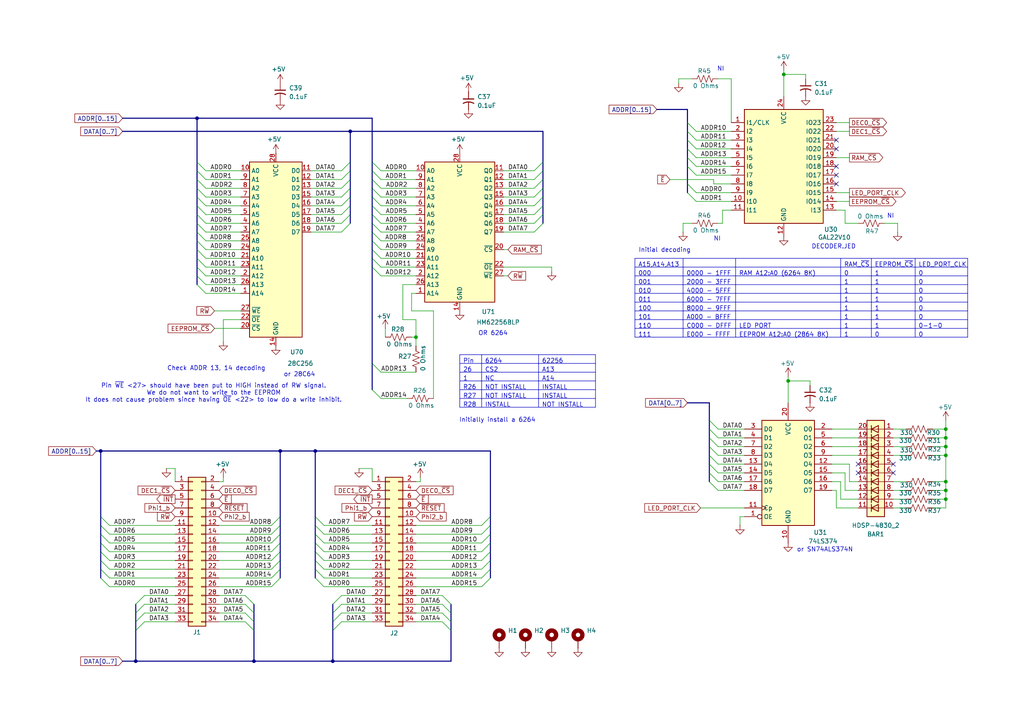
<source format=kicad_sch>
(kicad_sch (version 20250114) (generator "eeschema") (generator_version "9.0")
  (paper "A4")
  (title_block (title "MyCPU") (date "2025-06-23") (company "Sylvain Fortin"))
  (text "Pin ~{WE} <27> should have been put to HIGH instead of RW signal.\nWe do not want to write to the EEPROM\nIt does not cause problem since having ~{OE} <22> to low do a write inhibit." (at 61.976 114.046 0) (effects (font (size 1.27 1.27))))
  (text "or SN74ALS374N" (at 239.268 159.512 0) (effects (font (size 1.27 1.27))))
  (text "Check ADDR 13, 14 decoding" (at 62.738 106.934 0) (effects (font (size 1.27 1.27))))
  (text "or 28C64" (at 86.868 108.712 0) (effects (font (size 1.27 1.27))))
  (text "Initially install a 6264" (at 144.272 121.92 0) (effects (font (size 1.27 1.27))))
  (text "OR 6264" (at 143.002 96.774 0) (effects (font (size 1.27 1.27))))
  (text "DECODER.JED" (at 241.808 71.628 0) (effects (font (size 1.27 1.27))))
  (text "NI" (at 209.042 20.066 0) (effects (font (size 1.27 1.27))))
  (text "Initial decoding" (at 192.786 72.644 0) (effects (font (size 1.27 1.27))))
  (text "Next decoding" (at 311.15 73.66 0) (effects (font (size 1.27 1.27))))
  (text "NI" (at 208.026 69.342 0) (effects (font (size 1.27 1.27))))
  (text "NI" (at 258.318 62.738 0) (effects (font (size 1.27 1.27))))
  (junction (at 57.15 34.29))
  (junction (at 39.37 191.77))
  (junction (at 73.66 191.77))
  (junction (at 274.32 132.08))
  (junction (at 274.32 142.24))
  (junction (at 274.32 127))
  (junction (at 81.28 130.81))
  (junction (at 228.6 110.49))
  (junction (at 274.32 124.46))
  (junction (at 227.33 21.59))
  (junction (at 96.52 191.77))
  (junction (at 274.32 139.7))
  (junction (at 274.32 129.54))
  (junction (at 120.65 97.79))
  (junction (at 274.32 144.78))
  (junction (at 91.44 130.81))
  (junction (at 101.6 38.1))
  (junction (at 29.21 130.81))
  (no_connect (at 259.08 137.16))
  (no_connect (at 248.92 134.62))
  (no_connect (at 242.57 43.18))
  (no_connect (at 242.57 40.64))
  (no_connect (at 242.57 48.26))
  (no_connect (at 242.57 53.34))
  (no_connect (at 242.57 50.8))
  (no_connect (at 259.08 134.62))
  (no_connect (at 248.92 137.16))
  (bus_entry (at 139.7 165.1) (size 2.54 -2.54))
  (bus_entry (at 205.74 121.92) (size 2.54 2.54))
  (bus_entry (at 99.06 54.61) (size 2.54 -2.54))
  (bus_entry (at 29.21 157.48) (size 2.54 2.54))
  (bus_entry (at 29.21 152.4) (size 2.54 2.54))
  (bus_entry (at 99.06 59.69) (size 2.54 -2.54))
  (bus_entry (at 78.74 162.56) (size 2.54 -2.54))
  (bus_entry (at 57.15 52.07) (size 2.54 2.54))
  (bus_entry (at 205.74 129.54) (size 2.54 2.54))
  (bus_entry (at 78.74 157.48) (size 2.54 -2.54))
  (bus_entry (at 199.39 38.1) (size 2.54 2.54))
  (bus_entry (at 139.7 160.02) (size 2.54 -2.54))
  (bus_entry (at 139.7 152.4) (size 2.54 -2.54))
  (bus_entry (at 205.74 134.62) (size 2.54 2.54))
  (bus_entry (at 41.91 177.8) (size -2.54 2.54))
  (bus_entry (at 29.21 165.1) (size 2.54 2.54))
  (bus_entry (at 57.15 80.01) (size 2.54 2.54))
  (bus_entry (at 107.95 74.93) (size 2.54 2.54))
  (bus_entry (at 107.95 62.23) (size 2.54 2.54))
  (bus_entry (at 78.74 167.64) (size 2.54 -2.54))
  (bus_entry (at 199.39 55.88) (size 2.54 2.54))
  (bus_entry (at 71.12 177.8) (size 2.54 2.54))
  (bus_entry (at 99.06 57.15) (size 2.54 -2.54))
  (bus_entry (at 199.39 40.64) (size 2.54 2.54))
  (bus_entry (at 139.7 162.56) (size 2.54 -2.54))
  (bus_entry (at 91.44 157.48) (size 2.54 2.54))
  (bus_entry (at 91.44 152.4) (size 2.54 2.54))
  (bus_entry (at 139.7 154.94) (size 2.54 -2.54))
  (bus_entry (at 78.74 165.1) (size 2.54 -2.54))
  (bus_entry (at 57.15 59.69) (size 2.54 2.54))
  (bus_entry (at 139.7 170.18) (size 2.54 -2.54))
  (bus_entry (at 128.27 180.34) (size 2.54 2.54))
  (bus_entry (at 91.44 162.56) (size 2.54 2.54))
  (bus_entry (at 205.74 124.46) (size 2.54 2.54))
  (bus_entry (at 91.44 160.02) (size 2.54 2.54))
  (bus_entry (at 29.21 149.86) (size 2.54 2.54))
  (bus_entry (at 57.15 82.55) (size 2.54 2.54))
  (bus_entry (at 57.15 77.47) (size 2.54 2.54))
  (bus_entry (at 99.06 49.53) (size 2.54 -2.54))
  (bus_entry (at 154.94 54.61) (size 2.54 -2.54))
  (bus_entry (at 29.21 154.94) (size 2.54 2.54))
  (bus_entry (at 139.7 157.48) (size 2.54 -2.54))
  (bus_entry (at 139.7 167.64) (size 2.54 -2.54))
  (bus_entry (at 91.44 154.94) (size 2.54 2.54))
  (bus_entry (at 107.95 64.77) (size 2.54 2.54))
  (bus_entry (at 91.44 167.64) (size 2.54 2.54))
  (bus_entry (at 99.06 177.8) (size -2.54 2.54))
  (bus_entry (at 154.94 57.15) (size 2.54 -2.54))
  (bus_entry (at 107.95 46.99) (size 2.54 2.54))
  (bus_entry (at 29.21 162.56) (size 2.54 2.54))
  (bus_entry (at 57.15 46.99) (size 2.54 2.54))
  (bus_entry (at 107.95 69.85) (size 2.54 2.54))
  (bus_entry (at 128.27 177.8) (size 2.54 2.54))
  (bus_entry (at 154.94 59.69) (size 2.54 -2.54))
  (bus_entry (at 78.74 160.02) (size 2.54 -2.54))
  (bus_entry (at 154.94 64.77) (size 2.54 -2.54))
  (bus_entry (at 78.74 170.18) (size 2.54 -2.54))
  (bus_entry (at 91.44 165.1) (size 2.54 2.54))
  (bus_entry (at 99.06 64.77) (size 2.54 -2.54))
  (bus_entry (at 154.94 62.23) (size 2.54 -2.54))
  (bus_entry (at 128.27 175.26) (size 2.54 2.54))
  (bus_entry (at 205.74 132.08) (size 2.54 2.54))
  (bus_entry (at 99.06 175.26) (size -2.54 2.54))
  (bus_entry (at 57.15 49.53) (size 2.54 2.54))
  (bus_entry (at 71.12 175.26) (size 2.54 2.54))
  (bus_entry (at 99.06 52.07) (size 2.54 -2.54))
  (bus_entry (at 107.95 67.31) (size 2.54 2.54))
  (bus_entry (at 57.15 67.31) (size 2.54 2.54))
  (bus_entry (at 57.15 69.85) (size 2.54 2.54))
  (bus_entry (at 199.39 43.18) (size 2.54 2.54))
  (bus_entry (at 57.15 72.39) (size 2.54 2.54))
  (bus_entry (at 199.39 48.26) (size 2.54 2.54))
  (bus_entry (at 107.95 49.53) (size 2.54 2.54))
  (bus_entry (at 107.95 113.03) (size 2.54 2.54))
  (bus_entry (at 41.91 180.34) (size -2.54 2.54))
  (bus_entry (at 91.44 149.86) (size 2.54 2.54))
  (bus_entry (at 29.21 160.02) (size 2.54 2.54))
  (bus_entry (at 57.15 74.93) (size 2.54 2.54))
  (bus_entry (at 128.27 172.72) (size 2.54 2.54))
  (bus_entry (at 57.15 57.15) (size 2.54 2.54))
  (bus_entry (at 199.39 45.72) (size 2.54 2.54))
  (bus_entry (at 205.74 137.16) (size 2.54 2.54))
  (bus_entry (at 78.74 152.4) (size 2.54 -2.54))
  (bus_entry (at 205.74 127) (size 2.54 2.54))
  (bus_entry (at 99.06 172.72) (size -2.54 2.54))
  (bus_entry (at 107.95 105.41) (size 2.54 2.54))
  (bus_entry (at 107.95 59.69) (size 2.54 2.54))
  (bus_entry (at 71.12 172.72) (size 2.54 2.54))
  (bus_entry (at 154.94 49.53) (size 2.54 -2.54))
  (bus_entry (at 41.91 172.72) (size -2.54 2.54))
  (bus_entry (at 99.06 67.31) (size 2.54 -2.54))
  (bus_entry (at 107.95 54.61) (size 2.54 2.54))
  (bus_entry (at 71.12 180.34) (size 2.54 2.54))
  (bus_entry (at 57.15 54.61) (size 2.54 2.54))
  (bus_entry (at 57.15 64.77) (size 2.54 2.54))
  (bus_entry (at 29.21 167.64) (size 2.54 2.54))
  (bus_entry (at 205.74 139.7) (size 2.54 2.54))
  (bus_entry (at 154.94 52.07) (size 2.54 -2.54))
  (bus_entry (at 107.95 77.47) (size 2.54 2.54))
  (bus_entry (at 78.74 154.94) (size 2.54 -2.54))
  (bus_entry (at 57.15 62.23) (size 2.54 2.54))
  (bus_entry (at 154.94 67.31) (size 2.54 -2.54))
  (bus_entry (at 107.95 52.07) (size 2.54 2.54))
  (bus_entry (at 41.91 175.26) (size -2.54 2.54))
  (bus_entry (at 199.39 53.34) (size 2.54 2.54))
  (bus_entry (at 99.06 180.34) (size -2.54 2.54))
  (bus_entry (at 107.95 72.39) (size 2.54 2.54))
  (bus_entry (at 99.06 62.23) (size 2.54 -2.54))
  (bus_entry (at 199.39 35.56) (size 2.54 2.54))
  (bus_entry (at 107.95 57.15) (size 2.54 2.54))
  (bus (pts (xy 81.28 160.02) (xy 81.28 162.56)))
  (bus (pts (xy 101.6 46.99) (xy 101.6 49.53)))
  (wire (pts (xy 69.85 92.71) (xy 64.77 92.71)))
  (bus (pts (xy 73.66 180.34) (xy 73.66 182.88)))
  (bus (pts (xy 205.74 124.46) (xy 205.74 127)))
  (wire (pts (xy 201.93 48.26) (xy 212.09 48.26)))
  (wire (pts (xy 41.91 175.26) (xy 50.8 175.26)))
  (wire (pts (xy 120.65 152.4) (xy 139.7 152.4)))
  (bus (pts (xy 142.24 165.1) (xy 142.24 167.64)))
  (wire (pts (xy 59.69 72.39) (xy 69.85 72.39)))
  (bus (pts (xy 142.24 162.56) (xy 142.24 165.1)))
  (wire (pts (xy 31.75 154.94) (xy 50.8 154.94)))
  (wire (pts (xy 245.11 137.16) (xy 245.11 142.24)))
  (wire (pts (xy 242.57 45.72) (xy 246.38 45.72)))
  (bus (pts (xy 107.95 57.15) (xy 107.95 59.69)))
  (wire (pts (xy 246.38 139.7) (xy 248.92 139.7)))
  (bus (pts (xy 57.15 52.07) (xy 57.15 54.61)))
  (bus (pts (xy 57.15 54.61) (xy 57.15 57.15)))
  (bus (pts (xy 130.81 177.8) (xy 130.81 180.34)))
  (bus (pts (xy 73.66 175.26) (xy 73.66 177.8)))
  (wire (pts (xy 59.69 69.85) (xy 69.85 69.85)))
  (wire (pts (xy 207.01 52.07) (xy 207.01 53.34)))
  (bus (pts (xy 199.39 48.26) (xy 199.39 53.34)))
  (wire (pts (xy 93.98 162.56) (xy 107.95 162.56)))
  (wire (pts (xy 62.23 95.25) (xy 69.85 95.25)))
  (wire (pts (xy 227.33 20.32) (xy 227.33 21.59)))
  (wire (pts (xy 241.3 129.54) (xy 248.92 129.54)))
  (bus (pts (xy 39.37 177.8) (xy 39.37 180.34)))
  (bus (pts (xy 157.48 49.53) (xy 157.48 52.07)))
  (wire (pts (xy 120.65 175.26) (xy 128.27 175.26)))
  (wire (pts (xy 242.57 55.88) (xy 246.38 55.88)))
  (bus (pts (xy 205.74 132.08) (xy 205.74 134.62)))
  (wire (pts (xy 63.5 167.64) (xy 78.74 167.64)))
  (bus (pts (xy 91.44 130.81) (xy 91.44 149.86)))
  (wire (pts (xy 59.69 52.07) (xy 69.85 52.07)))
  (wire (pts (xy 201.93 38.1) (xy 212.09 38.1)))
  (wire (pts (xy 259.08 144.78) (xy 262.89 144.78)))
  (wire (pts (xy 208.28 137.16) (xy 215.9 137.16)))
  (bus (pts (xy 91.44 154.94) (xy 91.44 152.4)))
  (bus (pts (xy 199.39 43.18) (xy 199.39 45.72)))
  (wire (pts (xy 111.76 95.25) (xy 111.76 97.79)))
  (wire (pts (xy 31.75 165.1) (xy 50.8 165.1)))
  (bus (pts (xy 142.24 157.48) (xy 142.24 160.02)))
  (wire (pts (xy 194.31 52.07) (xy 207.01 52.07)))
  (wire (pts (xy 59.69 57.15) (xy 69.85 57.15)))
  (wire (pts (xy 110.49 74.93) (xy 120.65 74.93)))
  (wire (pts (xy 31.75 162.56) (xy 50.8 162.56)))
  (wire (pts (xy 245.11 60.96) (xy 245.11 64.77)))
  (wire (pts (xy 110.49 62.23) (xy 120.65 62.23)))
  (wire (pts (xy 201.93 58.42) (xy 212.09 58.42)))
  (wire (pts (xy 41.91 177.8) (xy 50.8 177.8)))
  (bus (pts (xy 27.94 130.81) (xy 29.21 130.81)))
  (wire (pts (xy 274.32 121.92) (xy 274.32 124.46)))
  (bus (pts (xy 57.15 69.85) (xy 57.15 72.39)))
  (wire (pts (xy 227.33 21.59) (xy 227.33 27.94)))
  (wire (pts (xy 207.01 53.34) (xy 212.09 53.34)))
  (wire (pts (xy 146.05 80.01) (xy 147.32 80.01)))
  (bus (pts (xy 73.66 177.8) (xy 73.66 180.34)))
  (wire (pts (xy 242.57 58.42) (xy 246.38 58.42)))
  (wire (pts (xy 241.3 137.16) (xy 245.11 137.16)))
  (bus (pts (xy 73.66 191.77) (xy 96.52 191.77)))
  (wire (pts (xy 270.51 127) (xy 274.32 127)))
  (wire (pts (xy 107.95 135.89) (xy 107.95 139.7)))
  (wire (pts (xy 243.84 139.7) (xy 243.84 144.78)))
  (wire (pts (xy 146.05 77.47) (xy 160.02 77.47)))
  (bus (pts (xy 107.95 72.39) (xy 107.95 74.93)))
  (bus (pts (xy 29.21 162.56) (xy 29.21 160.02)))
  (bus (pts (xy 29.21 152.4) (xy 29.21 149.86)))
  (wire (pts (xy 110.49 57.15) (xy 120.65 57.15)))
  (bus (pts (xy 107.95 46.99) (xy 107.95 49.53)))
  (wire (pts (xy 31.75 157.48) (xy 50.8 157.48)))
  (wire (pts (xy 245.11 142.24) (xy 248.92 142.24)))
  (wire (pts (xy 146.05 54.61) (xy 154.94 54.61)))
  (wire (pts (xy 116.84 82.55) (xy 116.84 92.71)))
  (bus (pts (xy 81.28 162.56) (xy 81.28 165.1)))
  (bus (pts (xy 205.74 137.16) (xy 205.74 139.7)))
  (wire (pts (xy 120.65 92.71) (xy 120.65 97.79)))
  (wire (pts (xy 63.5 170.18) (xy 78.74 170.18)))
  (wire (pts (xy 196.85 22.86) (xy 200.66 22.86)))
  (wire (pts (xy 246.38 134.62) (xy 246.38 139.7)))
  (wire (pts (xy 110.49 54.61) (xy 120.65 54.61)))
  (wire (pts (xy 63.5 160.02) (xy 78.74 160.02)))
  (bus (pts (xy 130.81 180.34) (xy 130.81 182.88)))
  (wire (pts (xy 241.3 127) (xy 248.92 127)))
  (bus (pts (xy 107.95 46.99) (xy 107.95 34.29)))
  (bus (pts (xy 199.39 31.75) (xy 190.5 31.75)))
  (bus (pts (xy 101.6 38.1) (xy 101.6 46.99)))
  (wire (pts (xy 90.17 67.31) (xy 99.06 67.31)))
  (wire (pts (xy 259.08 142.24) (xy 262.89 142.24)))
  (wire (pts (xy 242.57 142.24) (xy 242.57 147.32)))
  (bus (pts (xy 35.56 38.1) (xy 101.6 38.1)))
  (bus (pts (xy 91.44 157.48) (xy 91.44 154.94)))
  (wire (pts (xy 120.65 170.18) (xy 139.7 170.18)))
  (wire (pts (xy 120.65 160.02) (xy 139.7 160.02)))
  (bus (pts (xy 73.66 182.88) (xy 73.66 191.77)))
  (wire (pts (xy 242.57 147.32) (xy 248.92 147.32)))
  (wire (pts (xy 59.69 54.61) (xy 69.85 54.61)))
  (bus (pts (xy 35.56 191.77) (xy 39.37 191.77)))
  (wire (pts (xy 93.98 165.1) (xy 107.95 165.1)))
  (wire (pts (xy 90.17 57.15) (xy 99.06 57.15)))
  (wire (pts (xy 234.95 110.49) (xy 234.95 111.76)))
  (wire (pts (xy 241.3 142.24) (xy 242.57 142.24)))
  (wire (pts (xy 116.84 82.55) (xy 120.65 82.55)))
  (wire (pts (xy 259.08 129.54) (xy 262.89 129.54)))
  (wire (pts (xy 241.3 124.46) (xy 248.92 124.46)))
  (wire (pts (xy 125.73 90.17) (xy 125.73 115.57)))
  (wire (pts (xy 121.92 139.7) (xy 121.92 138.43)))
  (wire (pts (xy 274.32 142.24) (xy 274.32 144.78)))
  (wire (pts (xy 203.2 147.32) (xy 215.9 147.32)))
  (wire (pts (xy 120.65 165.1) (xy 139.7 165.1)))
  (bus (pts (xy 81.28 154.94) (xy 81.28 157.48)))
  (bus (pts (xy 91.44 160.02) (xy 91.44 157.48)))
  (wire (pts (xy 120.65 162.56) (xy 139.7 162.56)))
  (wire (pts (xy 160.02 77.47) (xy 160.02 78.74)))
  (bus (pts (xy 29.21 160.02) (xy 29.21 157.48)))
  (wire (pts (xy 146.05 57.15) (xy 154.94 57.15)))
  (bus (pts (xy 107.95 34.29) (xy 57.15 34.29)))
  (wire (pts (xy 208.28 127) (xy 215.9 127)))
  (wire (pts (xy 242.57 35.56) (xy 246.38 35.56)))
  (wire (pts (xy 59.69 85.09) (xy 69.85 85.09)))
  (bus (pts (xy 81.28 157.48) (xy 81.28 160.02)))
  (wire (pts (xy 110.49 80.01) (xy 120.65 80.01)))
  (wire (pts (xy 198.12 67.31) (xy 198.12 64.77)))
  (bus (pts (xy 107.95 62.23) (xy 107.95 64.77)))
  (wire (pts (xy 208.28 129.54) (xy 215.9 129.54)))
  (bus (pts (xy 199.39 40.64) (xy 199.39 43.18)))
  (wire (pts (xy 63.5 152.4) (xy 78.74 152.4)))
  (wire (pts (xy 274.32 139.7) (xy 274.32 142.24)))
  (wire (pts (xy 59.69 49.53) (xy 69.85 49.53)))
  (bus (pts (xy 107.95 54.61) (xy 107.95 57.15)))
  (wire (pts (xy 90.17 52.07) (xy 99.06 52.07)))
  (bus (pts (xy 199.39 31.75) (xy 199.39 35.56)))
  (bus (pts (xy 57.15 77.47) (xy 57.15 80.01)))
  (wire (pts (xy 120.65 85.09) (xy 119.38 85.09)))
  (bus (pts (xy 107.95 49.53) (xy 107.95 52.07)))
  (wire (pts (xy 119.38 90.17) (xy 125.73 90.17)))
  (wire (pts (xy 64.77 92.71) (xy 64.77 99.06)))
  (bus (pts (xy 107.95 77.47) (xy 107.95 105.41)))
  (bus (pts (xy 101.6 57.15) (xy 101.6 59.69)))
  (bus (pts (xy 29.21 167.64) (xy 29.21 165.1)))
  (bus (pts (xy 81.28 149.86) (xy 81.28 152.4)))
  (wire (pts (xy 59.69 62.23) (xy 69.85 62.23)))
  (bus (pts (xy 91.44 162.56) (xy 91.44 160.02)))
  (bus (pts (xy 91.44 167.64) (xy 91.44 165.1)))
  (wire (pts (xy 63.5 172.72) (xy 71.12 172.72)))
  (wire (pts (xy 243.84 144.78) (xy 248.92 144.78)))
  (wire (pts (xy 63.5 139.7) (xy 64.77 139.7)))
  (bus (pts (xy 39.37 175.26) (xy 39.37 177.8)))
  (wire (pts (xy 110.49 107.95) (xy 120.65 107.95)))
  (wire (pts (xy 208.28 139.7) (xy 215.9 139.7)))
  (bus (pts (xy 29.21 154.94) (xy 29.21 152.4)))
  (wire (pts (xy 270.51 144.78) (xy 274.32 144.78)))
  (wire (pts (xy 90.17 54.61) (xy 99.06 54.61)))
  (wire (pts (xy 146.05 64.77) (xy 154.94 64.77)))
  (wire (pts (xy 110.49 69.85) (xy 120.65 69.85)))
  (wire (pts (xy 31.75 152.4) (xy 50.8 152.4)))
  (wire (pts (xy 104.14 135.89) (xy 107.95 135.89)))
  (wire (pts (xy 119.38 97.79) (xy 120.65 97.79)))
  (wire (pts (xy 215.9 149.86) (xy 214.63 149.86)))
  (wire (pts (xy 274.32 147.32) (xy 270.51 147.32)))
  (wire (pts (xy 99.06 175.26) (xy 107.95 175.26)))
  (bus (pts (xy 130.81 175.26) (xy 130.81 177.8)))
  (wire (pts (xy 110.49 72.39) (xy 120.65 72.39)))
  (bus (pts (xy 57.15 67.31) (xy 57.15 69.85)))
  (wire (pts (xy 201.93 45.72) (xy 212.09 45.72)))
  (wire (pts (xy 120.65 180.34) (xy 128.27 180.34)))
  (wire (pts (xy 59.69 82.55) (xy 69.85 82.55)))
  (wire (pts (xy 241.3 134.62) (xy 246.38 134.62)))
  (bus (pts (xy 29.21 130.81) (xy 81.28 130.81)))
  (bus (pts (xy 57.15 62.23) (xy 57.15 64.77)))
  (wire (pts (xy 274.32 132.08) (xy 274.32 139.7)))
  (wire (pts (xy 259.08 132.08) (xy 262.89 132.08)))
  (bus (pts (xy 57.15 34.29) (xy 57.15 46.99)))
  (bus (pts (xy 57.15 72.39) (xy 57.15 74.93)))
  (bus (pts (xy 29.21 157.48) (xy 29.21 154.94)))
  (bus (pts (xy 101.6 62.23) (xy 101.6 64.77)))
  (wire (pts (xy 120.65 100.33) (xy 120.65 97.79)))
  (bus (pts (xy 199.39 53.34) (xy 199.39 55.88)))
  (wire (pts (xy 110.49 52.07) (xy 120.65 52.07)))
  (wire (pts (xy 274.32 144.78) (xy 274.32 147.32)))
  (bus (pts (xy 107.95 69.85) (xy 107.95 72.39)))
  (wire (pts (xy 260.35 64.77) (xy 260.35 67.31)))
  (wire (pts (xy 59.69 67.31) (xy 69.85 67.31)))
  (wire (pts (xy 110.49 49.53) (xy 120.65 49.53)))
  (wire (pts (xy 146.05 72.39) (xy 147.32 72.39)))
  (wire (pts (xy 59.69 80.01) (xy 69.85 80.01)))
  (bus (pts (xy 142.24 130.81) (xy 142.24 149.86)))
  (wire (pts (xy 146.05 49.53) (xy 154.94 49.53)))
  (bus (pts (xy 96.52 182.88) (xy 96.52 191.77)))
  (wire (pts (xy 90.17 62.23) (xy 99.06 62.23)))
  (bus (pts (xy 101.6 59.69) (xy 101.6 62.23)))
  (wire (pts (xy 31.75 170.18) (xy 50.8 170.18)))
  (wire (pts (xy 99.06 172.72) (xy 107.95 172.72)))
  (wire (pts (xy 64.77 139.7) (xy 64.77 138.43)))
  (bus (pts (xy 205.74 121.92) (xy 205.74 124.46)))
  (wire (pts (xy 63.5 175.26) (xy 71.12 175.26)))
  (bus (pts (xy 101.6 54.61) (xy 101.6 57.15)))
  (wire (pts (xy 63.5 157.48) (xy 78.74 157.48)))
  (wire (pts (xy 41.91 172.72) (xy 50.8 172.72)))
  (wire (pts (xy 120.65 157.48) (xy 139.7 157.48)))
  (bus (pts (xy 57.15 46.99) (xy 57.15 49.53)))
  (bus (pts (xy 199.39 116.84) (xy 205.74 116.84)))
  (wire (pts (xy 120.65 154.94) (xy 139.7 154.94)))
  (wire (pts (xy 242.57 60.96) (xy 245.11 60.96)))
  (bus (pts (xy 101.6 38.1) (xy 157.48 38.1)))
  (wire (pts (xy 209.55 60.96) (xy 209.55 64.77)))
  (bus (pts (xy 157.48 38.1) (xy 157.48 46.99)))
  (wire (pts (xy 63.5 162.56) (xy 78.74 162.56)))
  (wire (pts (xy 59.69 59.69) (xy 69.85 59.69)))
  (bus (pts (xy 39.37 182.88) (xy 39.37 191.77)))
  (bus (pts (xy 57.15 57.15) (xy 57.15 59.69)))
  (bus (pts (xy 205.74 127) (xy 205.74 129.54)))
  (bus (pts (xy 81.28 130.81) (xy 91.44 130.81)))
  (wire (pts (xy 110.49 77.47) (xy 120.65 77.47)))
  (wire (pts (xy 63.5 154.94) (xy 78.74 154.94)))
  (wire (pts (xy 201.93 55.88) (xy 212.09 55.88)))
  (wire (pts (xy 259.08 127) (xy 262.89 127)))
  (bus (pts (xy 81.28 165.1) (xy 81.28 167.64)))
  (wire (pts (xy 119.38 85.09) (xy 119.38 90.17)))
  (wire (pts (xy 270.51 142.24) (xy 274.32 142.24)))
  (bus (pts (xy 96.52 180.34) (xy 96.52 182.88)))
  (wire (pts (xy 110.49 64.77) (xy 120.65 64.77)))
  (wire (pts (xy 228.6 110.49) (xy 228.6 116.84)))
  (bus (pts (xy 205.74 134.62) (xy 205.74 137.16)))
  (wire (pts (xy 270.51 132.08) (xy 274.32 132.08)))
  (bus (pts (xy 142.24 149.86) (xy 142.24 152.4)))
  (wire (pts (xy 48.26 135.89) (xy 50.8 135.89)))
  (wire (pts (xy 93.98 154.94) (xy 107.95 154.94)))
  (bus (pts (xy 29.21 165.1) (xy 29.21 162.56)))
  (wire (pts (xy 110.49 115.57) (xy 118.11 115.57)))
  (wire (pts (xy 241.3 132.08) (xy 248.92 132.08)))
  (bus (pts (xy 107.95 105.41) (xy 107.95 113.03)))
  (wire (pts (xy 99.06 177.8) (xy 107.95 177.8)))
  (wire (pts (xy 227.33 21.59) (xy 233.68 21.59)))
  (wire (pts (xy 120.65 92.71) (xy 116.84 92.71)))
  (bus (pts (xy 205.74 116.84) (xy 205.74 121.92)))
  (wire (pts (xy 208.28 124.46) (xy 215.9 124.46)))
  (wire (pts (xy 110.49 59.69) (xy 120.65 59.69)))
  (bus (pts (xy 81.28 130.81) (xy 81.28 149.86)))
  (wire (pts (xy 62.23 90.17) (xy 69.85 90.17)))
  (wire (pts (xy 90.17 59.69) (xy 99.06 59.69)))
  (wire (pts (xy 146.05 62.23) (xy 154.94 62.23)))
  (wire (pts (xy 274.32 124.46) (xy 274.32 127)))
  (wire (pts (xy 110.49 67.31) (xy 120.65 67.31)))
  (bus (pts (xy 157.48 52.07) (xy 157.48 54.61)))
  (bus (pts (xy 39.37 180.34) (xy 39.37 182.88)))
  (wire (pts (xy 93.98 170.18) (xy 107.95 170.18)))
  (bus (pts (xy 57.15 49.53) (xy 57.15 52.07)))
  (bus (pts (xy 199.39 38.1) (xy 199.39 40.64)))
  (bus (pts (xy 35.56 34.29) (xy 57.15 34.29)))
  (bus (pts (xy 199.39 35.56) (xy 199.39 38.1)))
  (wire (pts (xy 256.54 64.77) (xy 260.35 64.77)))
  (bus (pts (xy 107.95 67.31) (xy 107.95 69.85)))
  (bus (pts (xy 142.24 154.94) (xy 142.24 157.48)))
  (wire (pts (xy 214.63 149.86) (xy 214.63 152.4)))
  (wire (pts (xy 59.69 77.47) (xy 69.85 77.47)))
  (wire (pts (xy 93.98 160.02) (xy 107.95 160.02)))
  (bus (pts (xy 91.44 130.81) (xy 142.24 130.81)))
  (wire (pts (xy 50.8 135.89) (xy 50.8 139.7)))
  (wire (pts (xy 59.69 64.77) (xy 69.85 64.77)))
  (bus (pts (xy 157.48 62.23) (xy 157.48 64.77)))
  (wire (pts (xy 201.93 40.64) (xy 212.09 40.64)))
  (bus (pts (xy 157.48 54.61) (xy 157.48 57.15)))
  (bus (pts (xy 157.48 46.99) (xy 157.48 49.53)))
  (bus (pts (xy 142.24 160.02) (xy 142.24 162.56)))
  (wire (pts (xy 259.08 139.7) (xy 262.89 139.7)))
  (wire (pts (xy 201.93 43.18) (xy 212.09 43.18)))
  (wire (pts (xy 208.28 142.24) (xy 215.9 142.24)))
  (wire (pts (xy 41.91 180.34) (xy 50.8 180.34)))
  (wire (pts (xy 120.65 167.64) (xy 139.7 167.64)))
  (bus (pts (xy 107.95 64.77) (xy 107.95 67.31)))
  (bus (pts (xy 205.74 129.54) (xy 205.74 132.08)))
  (wire (pts (xy 270.51 124.46) (xy 274.32 124.46)))
  (wire (pts (xy 274.32 129.54) (xy 274.32 132.08)))
  (bus (pts (xy 91.44 152.4) (xy 91.44 149.86)))
  (wire (pts (xy 93.98 157.48) (xy 107.95 157.48)))
  (wire (pts (xy 63.5 177.8) (xy 71.12 177.8)))
  (bus (pts (xy 81.28 152.4) (xy 81.28 154.94)))
  (wire (pts (xy 208.28 132.08) (xy 215.9 132.08)))
  (bus (pts (xy 29.21 130.81) (xy 29.21 149.86)))
  (wire (pts (xy 228.6 110.49) (xy 234.95 110.49)))
  (wire (pts (xy 90.17 64.77) (xy 99.06 64.77)))
  (wire (pts (xy 31.75 160.02) (xy 50.8 160.02)))
  (wire (pts (xy 120.65 139.7) (xy 121.92 139.7)))
  (wire (pts (xy 208.28 22.86) (xy 212.09 22.86)))
  (wire (pts (xy 93.98 167.64) (xy 107.95 167.64)))
  (wire (pts (xy 59.69 74.93) (xy 69.85 74.93)))
  (bus (pts (xy 57.15 74.93) (xy 57.15 77.47)))
  (wire (pts (xy 201.93 50.8) (xy 212.09 50.8)))
  (bus (pts (xy 91.44 165.1) (xy 91.44 162.56)))
  (bus (pts (xy 57.15 59.69) (xy 57.15 62.23)))
  (bus (pts (xy 157.48 59.69) (xy 157.48 62.23)))
  (bus (pts (xy 107.95 52.07) (xy 107.95 54.61)))
  (wire (pts (xy 146.05 67.31) (xy 154.94 67.31)))
  (wire (pts (xy 31.75 167.64) (xy 50.8 167.64)))
  (wire (pts (xy 63.5 180.34) (xy 71.12 180.34)))
  (wire (pts (xy 242.57 38.1) (xy 246.38 38.1)))
  (bus (pts (xy 96.52 175.26) (xy 96.52 177.8)))
  (wire (pts (xy 198.12 64.77) (xy 200.66 64.77)))
  (wire (pts (xy 146.05 59.69) (xy 154.94 59.69)))
  (bus (pts (xy 142.24 152.4) (xy 142.24 154.94)))
  (bus (pts (xy 107.95 74.93) (xy 107.95 77.47)))
  (wire (pts (xy 99.06 180.34) (xy 107.95 180.34)))
  (wire (pts (xy 146.05 52.07) (xy 154.94 52.07)))
  (wire (pts (xy 241.3 139.7) (xy 243.84 139.7)))
  (bus (pts (xy 101.6 49.53) (xy 101.6 52.07)))
  (wire (pts (xy 90.17 49.53) (xy 99.06 49.53)))
  (bus (pts (xy 39.37 191.77) (xy 73.66 191.77)))
  (wire (pts (xy 209.55 64.77) (xy 208.28 64.77)))
  (wire (pts (xy 208.28 134.62) (xy 215.9 134.62)))
  (wire (pts (xy 274.32 127) (xy 274.32 129.54)))
  (bus (pts (xy 101.6 52.07) (xy 101.6 54.61)))
  (wire (pts (xy 120.65 172.72) (xy 128.27 172.72)))
  (wire (pts (xy 63.5 165.1) (xy 78.74 165.1)))
  (bus (pts (xy 57.15 80.01) (xy 57.15 82.55)))
  (wire (pts (xy 93.98 152.4) (xy 107.95 152.4)))
  (wire (pts (xy 212.09 60.96) (xy 209.55 60.96)))
  (wire (pts (xy 259.08 124.46) (xy 262.89 124.46)))
  (bus (pts (xy 130.81 182.88) (xy 130.81 191.77)))
  (bus (pts (xy 107.95 59.69) (xy 107.95 62.23)))
  (bus (pts (xy 96.52 191.77) (xy 130.81 191.77)))
  (wire (pts (xy 212.09 22.86) (xy 212.09 35.56)))
  (wire (pts (xy 233.68 21.59) (xy 233.68 22.86)))
  (wire (pts (xy 196.85 24.13) (xy 196.85 22.86)))
  (wire (pts (xy 270.51 129.54) (xy 274.32 129.54)))
  (wire (pts (xy 245.11 64.77) (xy 248.92 64.77)))
  (wire (pts (xy 259.08 147.32) (xy 262.89 147.32)))
  (wire (pts (xy 120.65 177.8) (xy 128.27 177.8)))
  (wire (pts (xy 228.6 109.22) (xy 228.6 110.49)))
  (bus (pts (xy 96.52 177.8) (xy 96.52 180.34)))
  (bus (pts (xy 57.15 64.77) (xy 57.15 67.31)))
  (bus (pts (xy 199.39 45.72) (xy 199.39 48.26)))
  (wire (pts (xy 270.51 139.7) (xy 274.32 139.7)))
  (bus (pts (xy 157.48 57.15) (xy 157.48 59.69)))
  (table (column_count 6) (border (external yes) (header yes)) (separators (rows yes) (cols yes)) (column_widths 13.97 15.24 30.48 8.89 12.7 16.002) (row_heights 2.54 2.54 2.54 2.54 2.54 2.54 2.54 2.54 2.54) (cells (table_cell "A15,A14,A13" (at 302.768 75.438 0) (size 13.97 2.54) (margins 0.9525 0.9525 0.9525 0.9525) (span 1 1)) (table_cell "" (at 316.738 75.438 0) (size 15.24 2.54) (margins 0.9525 0.9525 0.9525 0.9525) (span 1 1)) (table_cell "" (at 331.978 75.438 0) (size 30.48 2.54) (margins 0.9525 0.9525 0.9525 0.9525) (span 1 1)) (table_cell "RAM_~{CS}" (at 362.458 75.438 0) (size 8.89 2.54) (margins 0.9525 0.9525 0.9525 0.9525) (span 1 1)) (table_cell "EEPROM_~{CS}" (at 371.348 75.438 0) (size 12.7 2.54) (margins 0.9525 0.9525 0.9525 0.9525) (span 1 1)) (table_cell "LED_PORT_CLK" (at 384.048 75.438 0) (size 16.002 2.54) (margins 0.9525 0.9525 0.9525 0.9525) (span 1 1)) (table_cell "000" (at 302.768 77.978 0) (size 13.97 2.54) (margins 0.9525 0.9525 0.9525 0.9525) (span 1 1)) (table_cell "0000 - 1FFF" (at 316.738 77.978 0) (size 15.24 2.54) (margins 0.9525 0.9525 0.9525 0.9525) (span 1 1)) (table_cell "RAM A12:A0 (6264 8K)" (at 331.978 77.978 0) (size 30.48 2.54) (margins 0.9525 0.9525 0.9525 0.9525) (span 1 1)) (table_cell "0" (at 362.458 77.978 0) (size 8.89 2.54) (margins 0.9525 0.9525 0.9525 0.9525) (span 1 1)) (table_cell "1" (at 371.348 77.978 0) (size 12.7 2.54) (margins 0.9525 0.9525 0.9525 0.9525) (span 1 1)) (table_cell "0" (at 384.048 77.978 0) (size 16.002 2.54) (margins 0.9525 0.9525 0.9525 0.9525) (span 1 1)) (table_cell "001" (at 302.768 80.518 0) (size 13.97 2.54) (margins 0.9525 0.9525 0.9525 0.9525) (span 1 1)) (table_cell "2000 - 3FFF" (at 316.738 80.518 0) (size 15.24 2.54) (margins 0.9525 0.9525 0.9525 0.9525) (span 1 1)) (table_cell "RAM" (at 331.978 80.518 0) (size 30.48 2.54) (margins 0.9525 0.9525 0.9525 0.9525) (span 1 1)) (table_cell "0" (at 362.458 80.518 0) (size 8.89 2.54) (margins 0.9525 0.9525 0.9525 0.9525) (span 1 1)) (table_cell "1" (at 371.348 80.518 0) (size 12.7 2.54) (margins 0.9525 0.9525 0.9525 0.9525) (span 1 1)) (table_cell "0" (at 384.048 80.518 0) (size 16.002 2.54) (margins 0.9525 0.9525 0.9525 0.9525) (span 1 1)) (table_cell "010" (at 302.768 83.058 0) (size 13.97 2.54) (margins 0.9525 0.9525 0.9525 0.9525) (span 1 1)) (table_cell "4000 - 5FFF" (at 316.738 83.058 0) (size 15.24 2.54) (margins 0.9525 0.9525 0.9525 0.9525) (span 1 1)) (table_cell "RAM A14:A0(62256 24K)" (at 331.978 83.058 0) (size 30.48 2.54) (margins 0.9525 0.9525 0.9525 0.9525) (span 1 1)) (table_cell "0" (at 362.458 83.058 0) (size 8.89 2.54) (margins 0.9525 0.9525 0.9525 0.9525) (span 1 1)) (table_cell "1" (at 371.348 83.058 0) (size 12.7 2.54) (margins 0.9525 0.9525 0.9525 0.9525) (span 1 1)) (table_cell "0" (at 384.048 83.058 0) (size 16.002 2.54) (margins 0.9525 0.9525 0.9525 0.9525) (span 1 1)) (table_cell "011" (at 302.768 85.598 0) (size 13.97 2.54) (margins 0.9525 0.9525 0.9525 0.9525) (span 1 1)) (table_cell "6000 - 7FFF" (at 316.738 85.598 0) (size 15.24 2.54) (margins 0.9525 0.9525 0.9525 0.9525) (span 1 1)) (table_cell "LED PORT" (at 331.978 85.598 0) (size 30.48 2.54) (margins 0.9525 0.9525 0.9525 0.9525) (span 1 1)) (table_cell "1" (at 362.458 85.598 0) (size 8.89 2.54) (margins 0.9525 0.9525 0.9525 0.9525) (span 1 1)) (table_cell "1" (at 371.348 85.598 0) (size 12.7 2.54) (margins 0.9525 0.9525 0.9525 0.9525) (span 1 1)) (table_cell "0-1-0" (at 384.048 85.598 0) (size 16.002 2.54) (margins 0.9525 0.9525 0.9525 0.9525) (span 1 1)) (table_cell "100" (at 302.768 88.138 0) (size 13.97 2.54) (margins 0.9525 0.9525 0.9525 0.9525) (span 1 1)) (table_cell "8000 - 9FFF" (at 316.738 88.138 0) (size 15.24 2.54) (margins 0.9525 0.9525 0.9525 0.9525) (span 1 1)) (table_cell "EEPROM A14:A0 (28256 32K)" (at 331.978 88.138 0) (size 30.48 2.54) (margins 0.9525 0.9525 0.9525 0.9525) (span 1 1)) (table_cell "1" (at 362.458 88.138 0) (size 8.89 2.54) (margins 0.9525 0.9525 0.9525 0.9525) (span 1 1)) (table_cell "0" (at 371.348 88.138 0) (size 12.7 2.54) (margins 0.9525 0.9525 0.9525 0.9525) (span 1 1)) (table_cell "0" (at 384.048 88.138 0) (size 16.002 2.54) (margins 0.9525 0.9525 0.9525 0.9525) (span 1 1)) (table_cell "101" (at 302.768 90.678 0) (size 13.97 2.54) (margins 0.9525 0.9525 0.9525 0.9525) (span 1 1)) (table_cell "A000 - BFFF" (at 316.738 90.678 0) (size 15.24 2.54) (margins 0.9525 0.9525 0.9525 0.9525) (span 1 1)) (table_cell "EEPROM" (at 331.978 90.678 0) (size 30.48 2.54) (margins 0.9525 0.9525 0.9525 0.9525) (span 1 1)) (table_cell "1" (at 362.458 90.678 0) (size 8.89 2.54) (margins 0.9525 0.9525 0.9525 0.9525) (span 1 1)) (table_cell "0" (at 371.348 90.678 0) (size 12.7 2.54) (margins 0.9525 0.9525 0.9525 0.9525) (span 1 1)) (table_cell "0" (at 384.048 90.678 0) (size 16.002 2.54) (margins 0.9525 0.9525 0.9525 0.9525) (span 1 1)) (table_cell "110" (at 302.768 93.218 0) (size 13.97 2.54) (margins 0.9525 0.9525 0.9525 0.9525) (span 1 1)) (table_cell "C000 - DFFF" (at 316.738 93.218 0) (size 15.24 2.54) (margins 0.9525 0.9525 0.9525 0.9525) (span 1 1)) (table_cell "EEPROM" (at 331.978 93.218 0) (size 30.48 2.54) (margins 0.9525 0.9525 0.9525 0.9525) (span 1 1)) (table_cell "1" (at 362.458 93.218 0) (size 8.89 2.54) (margins 0.9525 0.9525 0.9525 0.9525) (span 1 1)) (table_cell "0" (at 371.348 93.218 0) (size 12.7 2.54) (margins 0.9525 0.9525 0.9525 0.9525) (span 1 1)) (table_cell "0" (at 384.048 93.218 0) (size 16.002 2.54) (margins 0.9525 0.9525 0.9525 0.9525) (span 1 1)) (table_cell "111" (at 302.768 95.758 0) (size 13.97 2.54) (margins 0.9525 0.9525 0.9525 0.9525) (span 1 1)) (table_cell "E000 - FFFF" (at 316.738 95.758 0) (size 15.24 2.54) (margins 0.9525 0.9525 0.9525 0.9525) (span 1 1)) (table_cell "EEPROM A12:A0 (2864 8K)" (at 331.978 95.758 0) (size 30.48 2.54) (margins 0.9525 0.9525 0.9525 0.9525) (span 1 1)) (table_cell "1" (at 362.458 95.758 0) (size 8.89 2.54) (margins 0.9525 0.9525 0.9525 0.9525) (span 1 1)) (table_cell "0" (at 371.348 95.758 0) (size 12.7 2.54) (margins 0.9525 0.9525 0.9525 0.9525) (span 1 1)) (table_cell "0" (at 384.048 95.758 0) (size 16.002 2.54) (margins 0.9525 0.9525 0.9525 0.9525) (span 1 1))))
  (table (column_count 3) (border (external yes) (header yes)) (separators (rows yes) (cols yes)) (column_widths 6.35 16.51 16.51) (row_heights 2.54 2.54 2.54 2.54 2.54 2.54) (cells (table_cell "Pin" (at 133.35 102.87 0) (size 6.35 2.54) (margins 0.9525 0.9525 0.9525 0.9525) (span 1 1)) (table_cell "6264" (at 139.7 102.87 0) (size 16.51 2.54) (margins 0.9525 0.9525 0.9525 0.9525) (span 1 1)) (table_cell "62256" (at 156.21 102.87 0) (size 16.51 2.54) (margins 0.9525 0.9525 0.9525 0.9525) (span 1 1)) (table_cell "26" (at 133.35 105.41 0) (size 6.35 2.54) (margins 0.9525 0.9525 0.9525 0.9525) (span 1 1)) (table_cell "CS2" (at 139.7 105.41 0) (size 16.51 2.54) (margins 0.9525 0.9525 0.9525 0.9525) (span 1 1)) (table_cell "A13" (at 156.21 105.41 0) (size 16.51 2.54) (margins 0.9525 0.9525 0.9525 0.9525) (span 1 1)) (table_cell "1" (at 133.35 107.95 0) (size 6.35 2.54) (margins 0.9525 0.9525 0.9525 0.9525) (span 1 1)) (table_cell "NC" (at 139.7 107.95 0) (size 16.51 2.54) (margins 0.9525 0.9525 0.9525 0.9525) (span 1 1)) (table_cell "A14" (at 156.21 107.95 0) (size 16.51 2.54) (margins 0.9525 0.9525 0.9525 0.9525) (span 1 1)) (table_cell "R26" (at 133.35 110.49 0) (size 6.35 2.54) (margins 0.9525 0.9525 0.9525 0.9525) (span 1 1)) (table_cell "NOT INSTALL" (at 139.7 110.49 0) (size 16.51 2.54) (margins 0.9525 0.9525 0.9525 0.9525) (span 1 1)) (table_cell "INSTALL" (at 156.21 110.49 0) (size 16.51 2.54) (margins 0.9525 0.9525 0.9525 0.9525) (span 1 1)) (table_cell "R27" (at 133.35 113.03 0) (size 6.35 2.54) (margins 0.9525 0.9525 0.9525 0.9525) (span 1 1)) (table_cell "NOT INSTALL" (at 139.7 113.03 0) (size 16.51 2.54) (margins 0.9525 0.9525 0.9525 0.9525) (span 1 1)) (table_cell "INSTALL" (at 156.21 113.03 0) (size 16.51 2.54) (margins 0.9525 0.9525 0.9525 0.9525) (span 1 1)) (table_cell "R28" (at 133.35 115.57 0) (size 6.35 2.54) (margins 0.9525 0.9525 0.9525 0.9525) (span 1 1)) (table_cell "INSTALL" (at 139.7 115.57 0) (size 16.51 2.54) (margins 0.9525 0.9525 0.9525 0.9525) (span 1 1)) (table_cell "NOT INSTALL" (at 156.21 115.57 0) (size 16.51 2.54) (margins 0.9525 0.9525 0.9525 0.9525) (span 1 1))))
  (table (column_count 6) (border (external yes) (header yes)) (separators (rows yes) (cols yes)) (column_widths 13.97 15.24 30.48 8.89 12.7 15.24) (row_heights 2.54 2.54 2.54 2.54 2.54 2.54 2.54 2.54 2.54) (cells (table_cell "A15,A14,A13" (at 184.15 74.93 0) (size 13.97 2.54) (margins 0.9525 0.9525 0.9525 0.9525) (span 1 1)) (table_cell "" (at 198.12 74.93 0) (size 15.24 2.54) (margins 0.9525 0.9525 0.9525 0.9525) (span 1 1)) (table_cell "" (at 213.36 74.93 0) (size 30.48 2.54) (margins 0.9525 0.9525 0.9525 0.9525) (span 1 1)) (table_cell "RAM_~{CS}" (at 243.84 74.93 0) (size 8.89 2.54) (margins 0.9525 0.9525 0.9525 0.9525) (span 1 1)) (table_cell "EEPROM_~{CS}" (at 252.73 74.93 0) (size 12.7 2.54) (margins 0.9525 0.9525 0.9525 0.9525) (span 1 1)) (table_cell "LED_PORT_CLK" (at 265.43 74.93 0) (size 15.24 2.54) (margins 0.9525 0.9525 0.9525 0.9525) (span 1 1)) (table_cell "000" (at 184.15 77.47 0) (size 13.97 2.54) (margins 0.9525 0.9525 0.9525 0.9525) (span 1 1)) (table_cell "0000 - 1FFF" (at 198.12 77.47 0) (size 15.24 2.54) (margins 0.9525 0.9525 0.9525 0.9525) (span 1 1)) (table_cell "RAM A12:A0 (6264 8K)" (at 213.36 77.47 0) (size 30.48 2.54) (margins 0.9525 0.9525 0.9525 0.9525) (span 1 1)) (table_cell "0" (at 243.84 77.47 0) (size 8.89 2.54) (margins 0.9525 0.9525 0.9525 0.9525) (span 1 1)) (table_cell "1" (at 252.73 77.47 0) (size 12.7 2.54) (margins 0.9525 0.9525 0.9525 0.9525) (span 1 1)) (table_cell "0" (at 265.43 77.47 0) (size 15.24 2.54) (margins 0.9525 0.9525 0.9525 0.9525) (span 1 1)) (table_cell "001" (at 184.15 80.01 0) (size 13.97 2.54) (margins 0.9525 0.9525 0.9525 0.9525) (span 1 1)) (table_cell "2000 - 3FFF" (at 198.12 80.01 0) (size 15.24 2.54) (margins 0.9525 0.9525 0.9525 0.9525) (span 1 1)) (table_cell "" (at 213.36 80.01 0) (size 30.48 2.54) (margins 0.9525 0.9525 0.9525 0.9525) (span 1 1)) (table_cell "1" (at 243.84 80.01 0) (size 8.89 2.54) (margins 0.9525 0.9525 0.9525 0.9525) (span 1 1)) (table_cell "1" (at 252.73 80.01 0) (size 12.7 2.54) (margins 0.9525 0.9525 0.9525 0.9525) (span 1 1)) (table_cell "0" (at 265.43 80.01 0) (size 15.24 2.54) (margins 0.9525 0.9525 0.9525 0.9525) (span 1 1)) (table_cell "010" (at 184.15 82.55 0) (size 13.97 2.54) (margins 0.9525 0.9525 0.9525 0.9525) (span 1 1)) (table_cell "4000 - 5FFF" (at 198.12 82.55 0) (size 15.24 2.54) (margins 0.9525 0.9525 0.9525 0.9525) (span 1 1)) (table_cell "" (at 213.36 82.55 0) (size 30.48 2.54) (margins 0.9525 0.9525 0.9525 0.9525) (span 1 1)) (table_cell "1" (at 243.84 82.55 0) (size 8.89 2.54) (margins 0.9525 0.9525 0.9525 0.9525) (span 1 1)) (table_cell "1" (at 252.73 82.55 0) (size 12.7 2.54) (margins 0.9525 0.9525 0.9525 0.9525) (span 1 1)) (table_cell "0" (at 265.43 82.55 0) (size 15.24 2.54) (margins 0.9525 0.9525 0.9525 0.9525) (span 1 1)) (table_cell "011" (at 184.15 85.09 0) (size 13.97 2.54) (margins 0.9525 0.9525 0.9525 0.9525) (span 1 1)) (table_cell "6000 - 7FFF" (at 198.12 85.09 0) (size 15.24 2.54) (margins 0.9525 0.9525 0.9525 0.9525) (span 1 1)) (table_cell "" (at 213.36 85.09 0) (size 30.48 2.54) (margins 0.9525 0.9525 0.9525 0.9525) (span 1 1)) (table_cell "1" (at 243.84 85.09 0) (size 8.89 2.54) (margins 0.9525 0.9525 0.9525 0.9525) (span 1 1)) (table_cell "1" (at 252.73 85.09 0) (size 12.7 2.54) (margins 0.9525 0.9525 0.9525 0.9525) (span 1 1)) (table_cell "0" (at 265.43 85.09 0) (size 15.24 2.54) (margins 0.9525 0.9525 0.9525 0.9525) (span 1 1)) (table_cell "100" (at 184.15 87.63 0) (size 13.97 2.54) (margins 0.9525 0.9525 0.9525 0.9525) (span 1 1)) (table_cell "8000 - 9FFF" (at 198.12 87.63 0) (size 15.24 2.54) (margins 0.9525 0.9525 0.9525 0.9525) (span 1 1)) (table_cell "" (at 213.36 87.63 0) (size 30.48 2.54) (margins 0.9525 0.9525 0.9525 0.9525) (span 1 1)) (table_cell "1" (at 243.84 87.63 0) (size 8.89 2.54) (margins 0.9525 0.9525 0.9525 0.9525) (span 1 1)) (table_cell "1" (at 252.73 87.63 0) (size 12.7 2.54) (margins 0.9525 0.9525 0.9525 0.9525) (span 1 1)) (table_cell "0" (at 265.43 87.63 0) (size 15.24 2.54) (margins 0.9525 0.9525 0.9525 0.9525) (span 1 1)) (table_cell "101" (at 184.15 90.17 0) (size 13.97 2.54) (margins 0.9525 0.9525 0.9525 0.9525) (span 1 1)) (table_cell "A000 - BFFF" (at 198.12 90.17 0) (size 15.24 2.54) (margins 0.9525 0.9525 0.9525 0.9525) (span 1 1)) (table_cell "" (at 213.36 90.17 0) (size 30.48 2.54) (margins 0.9525 0.9525 0.9525 0.9525) (span 1 1)) (table_cell "1" (at 243.84 90.17 0) (size 8.89 2.54) (margins 0.9525 0.9525 0.9525 0.9525) (span 1 1)) (table_cell "1" (at 252.73 90.17 0) (size 12.7 2.54) (margins 0.9525 0.9525 0.9525 0.9525) (span 1 1)) (table_cell "0" (at 265.43 90.17 0) (size 15.24 2.54) (margins 0.9525 0.9525 0.9525 0.9525) (span 1 1)) (table_cell "110" (at 184.15 92.71 0) (size 13.97 2.54) (margins 0.9525 0.9525 0.9525 0.9525) (span 1 1)) (table_cell "C000 - DFFF" (at 198.12 92.71 0) (size 15.24 2.54) (margins 0.9525 0.9525 0.9525 0.9525) (span 1 1)) (table_cell "LED PORT" (at 213.36 92.71 0) (size 30.48 2.54) (margins 0.9525 0.9525 0.9525 0.9525) (span 1 1)) (table_cell "1" (at 243.84 92.71 0) (size 8.89 2.54) (margins 0.9525 0.9525 0.9525 0.9525) (span 1 1)) (table_cell "1" (at 252.73 92.71 0) (size 12.7 2.54) (margins 0.9525 0.9525 0.9525 0.9525) (span 1 1)) (table_cell "0-1-0" (at 265.43 92.71 0) (size 15.24 2.54) (margins 0.9525 0.9525 0.9525 0.9525) (span 1 1)) (table_cell "111" (at 184.15 95.25 0) (size 13.97 2.54) (margins 0.9525 0.9525 0.9525 0.9525) (span 1 1)) (table_cell "E000 - FFFF" (at 198.12 95.25 0) (size 15.24 2.54) (margins 0.9525 0.9525 0.9525 0.9525) (span 1 1)) (table_cell "EEPROM A12:A0 (2864 8K)" (at 213.36 95.25 0) (size 30.48 2.54) (margins 0.9525 0.9525 0.9525 0.9525) (span 1 1)) (table_cell "1" (at 243.84 95.25 0) (size 8.89 2.54) (margins 0.9525 0.9525 0.9525 0.9525) (span 1 1)) (table_cell "0" (at 252.73 95.25 0) (size 12.7 2.54) (margins 0.9525 0.9525 0.9525 0.9525) (span 1 1)) (table_cell "0" (at 265.43 95.25 0) (size 15.24 2.54) (margins 0.9525 0.9525 0.9525 0.9525) (span 1 1))))
  (label "ADDR4" (at 111.76 59.69 0))
  (label "ADDR3" (at 111.76 57.15 0))
  (label "ADDR12" (at 111.76 80.01 0))
  (label "DATA4" (at 121.92 180.34 0))
  (label "ADDR2" (at 33.02 165.1 0))
  (label "ADDR9" (at 111.76 72.39 0))
  (label "ADDR8" (at 137.16 152.4 180))
  (label "ADDR5" (at 33.02 157.48 0))
  (label "ADDR13" (at 78.74 165.1 180))
  (label "ADDR3" (at 33.02 162.56 0))
  (label "ADDR12" (at 203.138 43.18 0))
  (label "ADDR0" (at 111.76 49.53 0))
  (label "DATA1" (at 43.18 175.26 0))
  (label "ADDR10" (at 203.2 38.1 0))
  (label "DATA5" (at 121.92 177.8 0))
  (label "ADDR11" (at 78.74 160.02 180))
  (label "DATA6" (at 91.44 64.77 0))
  (label "DATA3" (at 100.33 180.34 0))
  (label "DATA3" (at 209.55 132.08 0))
  (label "ADDR11" (at 138.43 160.02 180))
  (label "DATA1" (at 147.32 52.07 0))
  (label "ADDR14" (at 203.2 48.26 0))
  (label "DATA6" (at 147.32 64.77 0))
  (label "ADDR8" (at 78.74 152.4 180))
  (label "DATA4" (at 91.44 59.69 0))
  (label "DATA1" (at 91.44 52.07 0))
  (label "DATA7" (at 64.77 172.72 0))
  (label "DATA1" (at 209.55 127 0))
  (label "ADDR6" (at 60.96 64.77 0))
  (label "ADDR14" (at 78.74 167.64 180))
  (label "DATA3" (at 91.44 57.15 0))
  (label "DATA5" (at 209.55 137.16 0))
  (label "DATA3" (at 43.18 180.34 0))
  (label "ADDR13" (at 110.49 107.95 0))
  (label "ADDR8" (at 111.658 69.85 0))
  (label "ADDR15" (at 203.2 50.8 0))
  (label "DATA2" (at 43.18 177.8 0))
  (label "ADDR9" (at 60.96 72.39 0))
  (label "ADDR6" (at 95.25 154.94 0))
  (label "DATA4" (at 147.32 59.69 0))
  (label "ADDR7" (at 60.96 67.31 0))
  (label "ADDR1" (at 111.76 52.07 0))
  (label "DATA2" (at 209.55 129.54 0))
  (label "DATA2" (at 100.33 177.8 0))
  (label "ADDR3" (at 60.96 57.15 0))
  (label "ADDR4" (at 33.02 160.02 0))
  (label "DATA4" (at 209.55 134.62 0))
  (label "DATA0" (at 91.44 49.53 0))
  (label "DATA2" (at 91.44 54.61 0))
  (label "ADDR10" (at 111.698 74.93 0))
  (label "ADDR0" (at 203.2 55.88 0))
  (label "ADDR0" (at 60.96 49.53 0))
  (label "ADDR2" (at 95.25 165.1 0))
  (label "DATA1" (at 100.33 175.26 0))
  (label "DATA0" (at 209.55 124.46 0))
  (label "ADDR11" (at 111.7819 77.47 0))
  (label "ADDR15" (at 78.74 170.18 180))
  (label "ADDR12" (at 78.74 162.56 180))
  (label "ADDR5" (at 61.0259 62.23 0))
  (label "DATA5" (at 91.44 62.23 0))
  (label "ADDR15" (at 138.43 170.18 180))
  (label "ADDR1" (at 203.2 58.42 0))
  (label "ADDR0" (at 33.02 170.18 0))
  (label "DATA0" (at 100.33 172.72 0))
  (label "ADDR9" (at 78.74 154.94 180))
  (label "ADDR5" (at 111.8259 62.23 0))
  (label "DATA4" (at 64.77 180.34 0))
  (label "ADDR9" (at 137.16 154.94 180))
  (label "DATA6" (at 209.55 139.7 0))
  (label "DATA7" (at 209.55 142.24 0))
  (label "DATA5" (at 64.77 177.8 0))
  (label "DATA0" (at 147.32 49.53 0))
  (label "ADDR1" (at 60.96 52.07 0))
  (label "ADDR13" (at 203.2219 45.72 0))
  (label "ADDR12" (at 138.43 162.56 180))
  (label "ADDR6" (at 111.76 64.77 0))
  (label "ADDR13" (at 138.43 165.1 180))
  (label "DATA6" (at 121.92 175.26 0))
  (label "ADDR11" (at 60.9819 77.47 0))
  (label "ADDR7" (at 95.25 152.4 0))
  (label "ADDR10" (at 138.43 157.48 180))
  (label "ADDR2" (at 61.1098 54.61 0))
  (label "ADDR1" (at 95.25 167.64 0))
  (label "ADDR7" (at 33.02 152.4 0))
  (label "ADDR4" (at 60.96 59.69 0))
  (label "ADDR14" (at 60.96 85.09 0))
  (label "DATA5" (at 147.32 62.23 0))
  (label "ADDR3" (at 95.25 162.56 0))
  (label "ADDR0" (at 95.25 170.18 0))
  (label "DATA7" (at 91.4239 67.31 0))
  (label "ADDR7" (at 111.76 67.31 0))
  (label "DATA7" (at 121.92 172.72 0))
  (label "ADDR2" (at 111.9098 54.61 0))
  (label "ADDR8" (at 60.858 69.85 0))
  (label "ADDR10" (at 78.74 157.48 180))
  (label "ADDR13" (at 60.9819 82.55 0))
  (label "ADDR5" (at 95.25 157.48 0))
  (label "ADDR6" (at 33.02 154.94 0))
  (label "ADDR10" (at 60.898 74.93 0))
  (label "DATA0" (at 43.18 172.72 0))
  (label "ADDR1" (at 33.02 167.64 0))
  (label "ADDR11" (at 203.2 40.64 0))
  (label "ADDR14" (at 110.49 115.57 0))
  (label "DATA7" (at 147.3039 67.31 0))
  (label "DATA3" (at 147.32 57.15 0))
  (label "ADDR4" (at 95.25 160.02 0))
  (label "ADDR12" (at 60.96 80.01 0))
  (label "ADDR14" (at 138.43 167.64 180))
  (label "DATA2" (at 147.32 54.61 0))
  (label "DATA6" (at 64.77 175.26 0))
  (global_label "DEC1_~{CS}" (shape input) (at 107.95 142.24 180) (property "Intersheetrefs" "${INTERSHEET_REFS}" (effects (hide yes))))
  (global_label "DATA[0..7]" (shape input) (at 35.56 38.1 180) (property "Intersheetrefs" "${INTERSHEET_REFS}" (effects (hide yes))))
  (global_label "ADDR[0..15]" (shape input) (at 27.94 130.81 180) (property "Intersheetrefs" "${INTERSHEET_REFS}" (effects (hide yes))))
  (global_label "EEPROM_~{CS}" (shape output) (at 246.38 58.42 0) (property "Intersheetrefs" "${INTERSHEET_REFS}" (effects (hide yes))))
  (global_label "~{RESET}" (shape input) (at 63.5 147.32 0) (property "Intersheetrefs" "${INTERSHEET_REFS}" (effects (hide yes))))
  (global_label "DEC1_~{CS}" (shape input) (at 50.8 142.24 180) (property "Intersheetrefs" "${INTERSHEET_REFS}" (effects (hide yes))))
  (global_label "DEC0_~{CS}" (shape input) (at 63.5 142.24 0) (property "Intersheetrefs" "${INTERSHEET_REFS}" (effects (hide yes))))
  (global_label "~{RESET}" (shape input) (at 120.65 147.32 0) (property "Intersheetrefs" "${INTERSHEET_REFS}" (effects (hide yes))))
  (global_label "~{INT}" (shape output) (at 50.8 144.78 180) (property "Intersheetrefs" "${INTERSHEET_REFS}" (effects (hide yes))))
  (global_label "R~{W}" (shape input) (at 107.95 149.86 180) (property "Intersheetrefs" "${INTERSHEET_REFS}" (effects (hide yes))))
  (global_label "RAM_~{CS}" (shape output) (at 246.38 45.72 0) (property "Intersheetrefs" "${INTERSHEET_REFS}" (effects (hide yes))))
  (global_label "RAM_~{CS}" (shape input) (at 147.32 72.39 0) (property "Intersheetrefs" "${INTERSHEET_REFS}" (effects (hide yes))))
  (global_label "EEPROM_~{CS}" (shape input) (at 62.23 95.25 180) (property "Intersheetrefs" "${INTERSHEET_REFS}" (effects (hide yes))))
  (global_label "ADDR[0..15]" (shape input) (at 35.56 34.29 180) (property "Intersheetrefs" "${INTERSHEET_REFS}" (effects (hide yes))))
  (global_label "Phi2_b" (shape input) (at 120.65 149.86 0) (property "Intersheetrefs" "${INTERSHEET_REFS}" (effects (hide yes))))
  (global_label "LED_PORT_CLK" (shape output) (at 246.38 55.88 0) (property "Intersheetrefs" "${INTERSHEET_REFS}" (effects (hide yes))))
  (global_label "ADDR[0..15]" (shape input) (at 190.5 31.75 180) (property "Intersheetrefs" "${INTERSHEET_REFS}" (effects (hide yes))))
  (global_label "Phi1_b" (shape input) (at 107.95 147.32 180) (property "Intersheetrefs" "${INTERSHEET_REFS}" (effects (hide yes))))
  (global_label "~{E}" (shape input) (at 120.65 144.78 0) (property "Intersheetrefs" "${INTERSHEET_REFS}" (effects (hide yes))))
  (global_label "R~{W}" (shape input) (at 62.23 90.17 180) (property "Intersheetrefs" "${INTERSHEET_REFS}" (effects (hide yes))))
  (global_label "DEC1_~{CS}" (shape output) (at 246.38 38.1 0) (property "Intersheetrefs" "${INTERSHEET_REFS}" (effects (hide yes))))
  (global_label "DATA[0..7]" (shape input) (at 199.39 116.84 180) (property "Intersheetrefs" "${INTERSHEET_REFS}" (effects (hide yes))))
  (global_label "Phi1_b" (shape input) (at 50.8 147.32 180) (property "Intersheetrefs" "${INTERSHEET_REFS}" (effects (hide yes))))
  (global_label "~{E}" (shape input) (at 63.5 144.78 0) (property "Intersheetrefs" "${INTERSHEET_REFS}" (effects (hide yes))))
  (global_label "DEC0_~{CS}" (shape input) (at 120.65 142.24 0) (property "Intersheetrefs" "${INTERSHEET_REFS}" (effects (hide yes))))
  (global_label "~{E}" (shape input) (at 194.31 52.07 180) (property "Intersheetrefs" "${INTERSHEET_REFS}" (effects (hide yes))))
  (global_label "Phi2_b" (shape input) (at 63.5 149.86 0) (property "Intersheetrefs" "${INTERSHEET_REFS}" (effects (hide yes))))
  (global_label "R~{W}" (shape input) (at 147.32 80.01 0) (property "Intersheetrefs" "${INTERSHEET_REFS}" (effects (hide yes))))
  (global_label "DATA[0..7]" (shape input) (at 35.56 191.77 180) (property "Intersheetrefs" "${INTERSHEET_REFS}" (effects (hide yes))))
  (global_label "LED_PORT_CLK" (shape input) (at 203.2 147.32 180) (property "Intersheetrefs" "${INTERSHEET_REFS}" (effects (hide yes))))
  (global_label "DEC0_~{CS}" (shape output) (at 246.38 35.56 0) (property "Intersheetrefs" "${INTERSHEET_REFS}" (effects (hide yes))))
  (global_label "~{INT}" (shape output) (at 107.95 144.78 180) (property "Intersheetrefs" "${INTERSHEET_REFS}" (effects (hide yes))))
  (global_label "R~{W}" (shape input) (at 50.8 149.86 180) (property "Intersheetrefs" "${INTERSHEET_REFS}" (effects (hide yes))))
  (symbol (lib_id "Mechanical:MountingHole_Pad") (at 144.78 185.42 0) (unit 1) (in_bom no)
    (property "Reference" "H1" (at 147.32 182.8799 0) (effects (justify left)))
    (property "Value" "MountingHole_Pad" (effects (hide yes)))
    (property "Footprint" "MyCPU_Footprint_Library:MountingHole_3.2mm_M3_Pad_Via_Drill_0.5mm" (effects (hide yes)))
    (property "Description" "Mounting Hole with connection" (effects (hide yes)))
  )
  (symbol (lib_id "Device:C_Small_US") (at 81.28 26.67 0) (unit 1)
    (property "Reference" "C39" (at 83.82 25.5269 0) (effects (justify left)))
    (property "Value" "0.1uF" (at 83.82 28.0669 0) (effects (justify left)))
    (property "Footprint" "Capacitor_THT:C_Disc_D6.0mm_W2.5mm_P5.00mm" (effects (hide yes)))
    (property "Description" "capacitor, small US symbol" (effects (hide yes)))
  )
  (symbol (lib_id "power:GND") (at 228.6 157.48 0) (unit 1)
    (property "Reference" "#PWR0146" (effects (hide yes)))
    (property "Value" "GND" (effects (hide yes)))
    (property "Description" "Power symbol creates a global label with name \"GND\" , ground" (effects (hide yes)))
  )
  (symbol (lib_id "Device:R_US") (at 266.7 147.32 270) (unit 1)
    (property "Reference" "R37" (at 271.018 148.082 90))
    (property "Value" "330" (at 262.636 148.082 90))
    (property "Footprint" "Resistor_THT:R_Axial_DIN0207_L6.3mm_D2.5mm_P2.54mm_Vertical" (effects (hide yes)))
    (property "Description" "Resistor, US symbol" (effects (hide yes)))
  )
  (symbol (lib_id "power:+5V") (at 80.01 44.45 0) (unit 1)
    (property "Reference" "#PWR075" (effects (hide yes)))
    (property "Value" "+5V" (at 79.502 40.386 0))
    (property "Description" "Power symbol creates a global label with name \"+5V\"" (effects (hide yes)))
  )
  (symbol (lib_id "Device:R_US") (at 252.73 64.77 270) (unit 1)
    (property "Reference" "R47" (at 250.952 67.056 90) (effects (justify left)))
    (property "Value" "0 Ohms" (at 248.666 62.738 90) (effects (justify left)))
    (property "Footprint" "Resistor_SMD:R_0603_1608Metric_Pad0.98x0.95mm_HandSolder" (effects (hide yes)))
    (property "Description" "Resistor, US symbol" (effects (hide yes)))
  )
  (symbol (lib_id "power:GND") (at 160.02 78.74 0) (unit 1)
    (property "Reference" "#PWR080" (effects (hide yes)))
    (property "Value" "GND" (effects (hide yes)))
    (property "Description" "Power symbol creates a global label with name \"GND\" , ground" (effects (hide yes)))
  )
  (symbol (lib_id "power:GND") (at 144.78 187.96 0) (unit 1)
    (property "Reference" "#PWR0150" (effects (hide yes)))
    (property "Value" "GND" (effects (hide yes)))
    (property "Description" "Power symbol creates a global label with name \"GND\" , ground" (effects (hide yes)))
  )
  (symbol (lib_id "power:GND") (at 233.68 27.94 0) (unit 1)
    (property "Reference" "#PWR0142" (effects (hide yes)))
    (property "Value" "GND" (effects (hide yes)))
    (property "Description" "Power symbol creates a global label with name \"GND\" , ground" (effects (hide yes)))
  )
  (symbol (lib_id "Connector_Generic:Conn_02x17_Odd_Even") (at 113.03 160.02 0) (unit 1)
    (property "Reference" "J2" (at 114.3 183.642 0))
    (property "Value" "Conn_02x17_Odd_Even" (effects (hide yes)))
    (property "Footprint" "Connector_PinHeader_2.54mm:PinHeader_2x17_P2.54mm_Vertical" (effects (hide yes)))
    (property "Description" "Generic connector, double row, 02x17, odd/even pin numbering scheme (row 1 odd numbers, row 2 even numbers), script generated (kicad-library-utils/schlib/autogen/connector/)" (effects (hide yes)))
  )
  (symbol (lib_id "power:GND") (at 260.35 67.31 0) (mirror y) (unit 1)
    (property "Reference" "#PWR0178" (effects (hide yes)))
    (property "Value" "GND" (effects (hide yes)))
    (property "Description" "Power symbol creates a global label with name \"GND\" , ground" (effects (hide yes)))
  )
  (symbol (lib_id "power:GND") (at 167.64 187.96 0) (unit 1)
    (property "Reference" "#PWR0153" (effects (hide yes)))
    (property "Value" "GND" (effects (hide yes)))
    (property "Description" "Power symbol creates a global label with name \"GND\" , ground" (effects (hide yes)))
  )
  (symbol (lib_id "Device:R_US") (at 266.7 132.08 270) (unit 1)
    (property "Reference" "R33" (at 271.018 132.842 90))
    (property "Value" "330" (at 262.636 132.842 90))
    (property "Footprint" "Resistor_THT:R_Axial_DIN0207_L6.3mm_D2.5mm_P2.54mm_Vertical" (effects (hide yes)))
    (property "Description" "Resistor, US symbol" (effects (hide yes)))
  )
  (symbol (lib_id "power:GND") (at 135.89 31.75 0) (unit 1)
    (property "Reference" "#PWR0183" (effects (hide yes)))
    (property "Value" "GND" (effects (hide yes)))
    (property "Description" "Power symbol creates a global label with name \"GND\" , ground" (effects (hide yes)))
  )
  (symbol (lib_id "power:+5V") (at 227.33 20.32 0) (unit 1)
    (property "Reference" "#PWR0141" (effects (hide yes)))
    (property "Value" "+5V" (at 227.076 16.51 0))
    (property "Description" "Power symbol creates a global label with name \"+5V\"" (effects (hide yes)))
  )
  (symbol (lib_id "power:+5V") (at 228.6 109.22 0) (unit 1)
    (property "Reference" "#PWR0147" (effects (hide yes)))
    (property "Value" "+5V" (at 228.346 105.41 0))
    (property "Description" "Power symbol creates a global label with name \"+5V\"" (effects (hide yes)))
  )
  (symbol (lib_id "power:GND") (at 152.4 187.96 0) (unit 1)
    (property "Reference" "#PWR0151" (effects (hide yes)))
    (property "Value" "GND" (effects (hide yes)))
    (property "Description" "Power symbol creates a global label with name \"GND\" , ground" (effects (hide yes)))
  )
  (symbol (lib_id "power:GND") (at 214.63 152.4 0) (unit 1)
    (property "Reference" "#PWR0149" (effects (hide yes)))
    (property "Value" "GND" (effects (hide yes)))
    (property "Description" "Power symbol creates a global label with name \"GND\" , ground" (effects (hide yes)))
  )
  (symbol (lib_id "Device:R_US") (at 266.7 142.24 270) (unit 1)
    (property "Reference" "R35" (at 271.018 143.002 90))
    (property "Value" "330" (at 262.636 143.002 90))
    (property "Footprint" "Resistor_THT:R_Axial_DIN0207_L6.3mm_D2.5mm_P2.54mm_Vertical" (effects (hide yes)))
    (property "Description" "Resistor, US symbol" (effects (hide yes)))
  )
  (symbol (lib_id "Device:R_US") (at 204.47 64.77 90) (unit 1)
    (property "Reference" "R46" (at 206.248 62.484 90) (effects (justify left)))
    (property "Value" "0 Ohms" (at 208.534 66.802 90) (effects (justify left)))
    (property "Footprint" "Resistor_SMD:R_0603_1608Metric_Pad0.98x0.95mm_HandSolder" (effects (hide yes)))
    (property "Description" "Resistor, US symbol" (effects (hide yes)))
  )
  (symbol (lib_id "power:+5V") (at 274.32 121.92 0) (unit 1)
    (property "Reference" "#PWR0148" (effects (hide yes)))
    (property "Value" "+5V" (at 274.066 118.11 0))
    (property "Description" "Power symbol creates a global label with name \"+5V\"" (effects (hide yes)))
  )
  (symbol (lib_id "Mechanical:MountingHole_Pad") (at 167.64 185.42 0) (unit 1) (in_bom no)
    (property "Reference" "H4" (at 170.18 182.8799 0) (effects (justify left)))
    (property "Value" "MountingHole_Pad" (effects (hide yes)))
    (property "Footprint" "MyCPU_Footprint_Library:MountingHole_3.2mm_M3_Pad_Via_Drill_0.5mm" (effects (hide yes)))
    (property "Description" "Mounting Hole with connection" (effects (hide yes)))
  )
  (symbol (lib_id "power:+5V") (at 64.77 138.43 0) (unit 1)
    (property "Reference" "#PWR0181" (effects (hide yes)))
    (property "Value" "+5V" (at 64.516 134.62 0))
    (property "Description" "Power symbol creates a global label with name \"+5V\"" (effects (hide yes)))
  )
  (symbol (lib_id "power:GND") (at 227.33 68.58 0) (unit 1)
    (property "Reference" "#PWR0140" (effects (hide yes)))
    (property "Value" "GND" (effects (hide yes)))
    (property "Description" "Power symbol creates a global label with name \"GND\" , ground" (effects (hide yes)))
  )
  (symbol (lib_id "power:GND") (at 196.85 24.13 0) (mirror y) (unit 1)
    (property "Reference" "#PWR0179" (effects (hide yes)))
    (property "Value" "GND" (effects (hide yes)))
    (property "Description" "Power symbol creates a global label with name \"GND\" , ground" (effects (hide yes)))
  )
  (symbol (lib_id "Device:C_Small_US") (at 234.95 114.3 0) (unit 1)
    (property "Reference" "C32" (at 237.49 113.1569 0) (effects (justify left)))
    (property "Value" "0.1uF" (at 237.49 115.6969 0) (effects (justify left)))
    (property "Footprint" "Capacitor_THT:C_Disc_D6.0mm_W2.5mm_P5.00mm" (effects (hide yes)))
    (property "Description" "capacitor, small US symbol" (effects (hide yes)))
  )
  (symbol (lib_id "Device:R_US") (at 121.92 115.57 90) (unit 1)
    (property "Reference" "R26" (at 123.698 113.284 90) (effects (justify left)))
    (property "Value" "0 Ohms" (at 125.984 117.602 90) (effects (justify left)))
    (property "Footprint" "Resistor_SMD:R_0603_1608Metric_Pad0.98x0.95mm_HandSolder" (effects (hide yes)))
    (property "Description" "Resistor, US symbol" (effects (hide yes)))
  )
  (symbol (lib_id "Device:R_US") (at 266.7 129.54 270) (unit 1)
    (property "Reference" "R32" (at 271.018 130.302 90))
    (property "Value" "330" (at 262.89 130.556 90))
    (property "Footprint" "Resistor_THT:R_Axial_DIN0207_L6.3mm_D2.5mm_P2.54mm_Vertical" (effects (hide yes)))
    (property "Description" "Resistor, US symbol" (effects (hide yes)))
  )
  (symbol (lib_id "power:+5V") (at 81.28 24.13 0) (unit 1)
    (property "Reference" "#PWR0185" (effects (hide yes)))
    (property "Value" "+5V" (at 80.772 20.066 0))
    (property "Description" "Power symbol creates a global label with name \"+5V\"" (effects (hide yes)))
  )
  (symbol (lib_id "Logic_Programmable:PEEL22CV10AP") (at 227.33 48.26 0) (unit 1)
    (property "Reference" "U30" (at 239.014 66.548 0) (effects (justify left)))
    (property "Value" "GAL22V10" (at 237.236 68.834 0) (effects (justify left)))
    (property "Footprint" "Package_DIP:DIP-24_W7.62mm_Socket_LongPads" (effects (hide yes)))
    (property "Datasheet" "https://www.alldatasheet.com/datasheet-pdf/pdf/149182/ANACHIP/PEEL22CV10AP-15L.html" (effects (hide yes)))
    (property "Description" "Not in Production, CMOS Programmable Electrically Erasable Logic Device, DIP-24" (effects (hide yes)))
  )
  (symbol (lib_id "Device:C_Small_US") (at 135.89 29.21 0) (unit 1)
    (property "Reference" "C37" (at 138.43 28.0669 0) (effects (justify left)))
    (property "Value" "0.1uF" (at 138.43 30.6069 0) (effects (justify left)))
    (property "Footprint" "Capacitor_THT:C_Disc_D6.0mm_W2.5mm_P5.00mm" (effects (hide yes)))
    (property "Description" "capacitor, small US symbol" (effects (hide yes)))
  )
  (symbol (lib_id "Mechanical:MountingHole_Pad") (at 152.4 185.42 0) (unit 1) (in_bom no)
    (property "Reference" "H2" (at 154.94 182.8799 0) (effects (justify left)))
    (property "Value" "MountingHole_Pad" (effects (hide yes)))
    (property "Footprint" "MyCPU_Footprint_Library:MountingHole_3.2mm_M3_Pad_Via_Drill_0.5mm" (effects (hide yes)))
    (property "Description" "Mounting Hole with connection" (effects (hide yes)))
  )
  (symbol (lib_id "LED:HDSP-4830_2") (at 254 134.62 0) (mirror y) (unit 1)
    (property "Reference" "BAR1" (at 254 154.94 0))
    (property "Value" "HDSP-4830_2" (at 254 152.4 0))
    (property "Footprint" "Display:HDSP-4830" (effects (hide yes)))
    (property "Datasheet" "https://docs.broadcom.com/docs/AV02-1798EN" (effects (hide yes)))
    (property "Description" "BAR GRAPH 10 segment block, high efficiency red" (effects (hide yes)))
  )
  (symbol (lib_id "power:GND") (at 133.35 90.17 0) (unit 1)
    (property "Reference" "#PWR079" (effects (hide yes)))
    (property "Value" "GND" (effects (hide yes)))
    (property "Description" "Power symbol creates a global label with name \"GND\" , ground" (effects (hide yes)))
  )
  (symbol (lib_id "Device:R_US") (at 266.7 124.46 270) (unit 1)
    (property "Reference" "R30" (at 270.764 125.476 90))
    (property "Value" "330" (at 262.89 125.476 90))
    (property "Footprint" "Resistor_THT:R_Axial_DIN0207_L6.3mm_D2.5mm_P2.54mm_Vertical" (effects (hide yes)))
    (property "Description" "Resistor, US symbol" (effects (hide yes)))
  )
  (symbol (lib_id "Memory_RAM:HM62256BLP") (at 133.35 67.31 0) (unit 1)
    (property "Reference" "U71" (at 139.7 90.424 0) (effects (justify left)))
    (property "Value" "HM62256BLP" (at 138.176 93.472 0) (effects (justify left)))
    (property "Footprint" "Package_DIP:DIP-28_W15.24mm_Socket_LongPads" (effects (hide yes)))
    (property "Datasheet" "https://web.mit.edu/6.115/www/document/62256.pdf" (effects (hide yes)))
    (property "Description" "32,768-word × 8-bit High Speed CMOS Static RAM, 70ns, DIP-28" (effects (hide yes)))
  )
  (symbol (lib_id "Device:R_US") (at 266.7 139.7 270) (unit 1)
    (property "Reference" "R34" (at 271.018 140.462 90))
    (property "Value" "330" (at 262.89 140.716 90))
    (property "Footprint" "Resistor_THT:R_Axial_DIN0207_L6.3mm_D2.5mm_P2.54mm_Vertical" (effects (hide yes)))
    (property "Description" "Resistor, US symbol" (effects (hide yes)))
  )
  (symbol (lib_id "power:GND") (at 80.01 100.33 0) (unit 1)
    (property "Reference" "#PWR072" (effects (hide yes)))
    (property "Value" "GND" (effects (hide yes)))
    (property "Description" "Power symbol creates a global label with name \"GND\" , ground" (effects (hide yes)))
  )
  (symbol (lib_id "Device:R_US") (at 120.65 104.14 180) (unit 1)
    (property "Reference" "R27" (at 119.38 103.378 0) (effects (justify left)))
    (property "Value" "0 Ohms" (at 122.682 100.076 90) (effects (justify left)))
    (property "Footprint" "Resistor_SMD:R_0603_1608Metric_Pad0.98x0.95mm_HandSolder" (effects (hide yes)))
    (property "Description" "Resistor, US symbol" (effects (hide yes)))
  )
  (symbol (lib_id "power:GND") (at 104.14 135.89 0) (mirror y) (unit 1)
    (property "Reference" "#PWR083" (effects (hide yes)))
    (property "Value" "GND" (effects (hide yes)))
    (property "Description" "Power symbol creates a global label with name \"GND\" , ground" (effects (hide yes)))
  )
  (symbol (lib_id "power:GND") (at 160.02 187.96 0) (unit 1)
    (property "Reference" "#PWR0152" (effects (hide yes)))
    (property "Value" "GND" (effects (hide yes)))
    (property "Description" "Power symbol creates a global label with name \"GND\" , ground" (effects (hide yes)))
  )
  (symbol (lib_id "Device:R_US") (at 115.57 97.79 90) (unit 1)
    (property "Reference" "R28" (at 117.348 95.504 90) (effects (justify left)))
    (property "Value" "0 Ohms" (at 119.634 99.822 90) (effects (justify left)))
    (property "Footprint" "Resistor_SMD:R_0603_1608Metric_Pad0.98x0.95mm_HandSolder" (effects (hide yes)))
    (property "Description" "Resistor, US symbol" (effects (hide yes)))
  )
  (symbol (lib_id "power:+5V") (at 111.76 95.25 0) (unit 1)
    (property "Reference" "#PWR0144" (effects (hide yes)))
    (property "Value" "+5V" (at 111.252 91.694 0))
    (property "Description" "Power symbol creates a global label with name \"+5V\"" (effects (hide yes)))
  )
  (symbol (lib_id "Memory_EEPROM:28C256") (at 80.01 72.39 0) (unit 1)
    (property "Reference" "U70" (at 86.106 102.108 0))
    (property "Value" "28C256" (at 87.122 105.41 0))
    (property "Footprint" "Package_DIP:DIP-28_W15.24mm_Socket_LongPads" (effects (hide yes)))
    (property "Datasheet" "http://ww1.microchip.com/downloads/en/DeviceDoc/doc0006.pdf" (effects (hide yes)))
    (property "Description" "Paged Parallel EEPROM 256Kb (32K x 8), DIP-28/SOIC-28" (effects (hide yes)))
  )
  (symbol (lib_id "power:+5V") (at 135.89 26.67 0) (unit 1)
    (property "Reference" "#PWR0184" (effects (hide yes)))
    (property "Value" "+5V" (at 135.382 22.606 0))
    (property "Description" "Power symbol creates a global label with name \"+5V\"" (effects (hide yes)))
  )
  (symbol (lib_id "Device:R_US") (at 266.7 144.78 270) (unit 1)
    (property "Reference" "R36" (at 271.018 145.542 90))
    (property "Value" "330" (at 262.636 145.542 90))
    (property "Footprint" "Resistor_THT:R_Axial_DIN0207_L6.3mm_D2.5mm_P2.54mm_Vertical" (effects (hide yes)))
    (property "Description" "Resistor, US symbol" (effects (hide yes)))
  )
  (symbol (lib_id "Connector_Generic:Conn_02x17_Odd_Even") (at 55.88 160.02 0) (unit 1)
    (property "Reference" "J1" (at 57.15 183.388 0))
    (property "Value" "Conn_02x17_Odd_Even" (effects (hide yes)))
    (property "Footprint" "Connector_PinHeader_2.54mm:PinHeader_2x17_P2.54mm_Vertical" (effects (hide yes)))
    (property "Description" "Generic connector, double row, 02x17, odd/even pin numbering scheme (row 1 odd numbers, row 2 even numbers), script generated (kicad-library-utils/schlib/autogen/connector/)" (effects (hide yes)))
  )
  (symbol (lib_id "power:+5V") (at 133.35 44.45 0) (unit 1)
    (property "Reference" "#PWR078" (effects (hide yes)))
    (property "Value" "+5V" (at 132.842 40.386 0))
    (property "Description" "Power symbol creates a global label with name \"+5V\"" (effects (hide yes)))
  )
  (symbol (lib_id "Device:C_Small_US") (at 233.68 25.4 0) (unit 1)
    (property "Reference" "C31" (at 236.22 24.2569 0) (effects (justify left)))
    (property "Value" "0.1uF" (at 236.22 26.7969 0) (effects (justify left)))
    (property "Footprint" "Capacitor_THT:C_Disc_D6.0mm_W2.5mm_P5.00mm" (effects (hide yes)))
    (property "Description" "capacitor, small US symbol" (effects (hide yes)))
  )
  (symbol (lib_id "power:GND") (at 48.26 135.89 0) (mirror y) (unit 1)
    (property "Reference" "#PWR082" (effects (hide yes)))
    (property "Value" "GND" (effects (hide yes)))
    (property "Description" "Power symbol creates a global label with name \"GND\" , ground" (effects (hide yes)))
  )
  (symbol (lib_id "Mechanical:MountingHole_Pad") (at 160.02 185.42 0) (unit 1) (in_bom no)
    (property "Reference" "H3" (at 162.56 182.8799 0) (effects (justify left)))
    (property "Value" "MountingHole_Pad" (effects (hide yes)))
    (property "Footprint" "MyCPU_Footprint_Library:MountingHole_3.2mm_M3_Pad_Via_Drill_0.5mm" (effects (hide yes)))
    (property "Description" "Mounting Hole with connection" (effects (hide yes)))
  )
  (symbol (lib_id "power:GND") (at 198.12 67.31 0) (mirror y) (unit 1)
    (property "Reference" "#PWR0180" (effects (hide yes)))
    (property "Value" "GND" (effects (hide yes)))
    (property "Description" "Power symbol creates a global label with name \"GND\" , ground" (effects (hide yes)))
  )
  (symbol (lib_id "power:GND") (at 81.28 29.21 0) (unit 1)
    (property "Reference" "#PWR0186" (effects (hide yes)))
    (property "Value" "GND" (effects (hide yes)))
    (property "Description" "Power symbol creates a global label with name \"GND\" , ground" (effects (hide yes)))
  )
  (symbol (lib_id "power:GND") (at 234.95 116.84 0) (unit 1)
    (property "Reference" "#PWR0194" (effects (hide yes)))
    (property "Value" "GND" (effects (hide yes)))
    (property "Description" "Power symbol creates a global label with name \"GND\" , ground" (effects (hide yes)))
  )
  (symbol (lib_id "Device:R_US") (at 204.47 22.86 90) (unit 1)
    (property "Reference" "R45" (at 206.248 20.574 90) (effects (justify left)))
    (property "Value" "0 Ohms" (at 208.534 24.892 90) (effects (justify left)))
    (property "Footprint" "Resistor_SMD:R_0603_1608Metric_Pad0.98x0.95mm_HandSolder" (effects (hide yes)))
    (property "Description" "Resistor, US symbol" (effects (hide yes)))
  )
  (symbol (lib_id "Device:R_US") (at 266.7 127 270) (unit 1)
    (property "Reference" "R31" (at 271.018 127.762 90))
    (property "Value" "330" (at 262.636 127.762 90))
    (property "Footprint" "Resistor_THT:R_Axial_DIN0207_L6.3mm_D2.5mm_P2.54mm_Vertical" (effects (hide yes)))
    (property "Description" "Resistor, US symbol" (effects (hide yes)))
  )
  (symbol (lib_id "power:+5V") (at 121.92 138.43 0) (unit 1)
    (property "Reference" "#PWR0182" (effects (hide yes)))
    (property "Value" "+5V" (at 121.666 134.62 0))
    (property "Description" "Power symbol creates a global label with name \"+5V\"" (effects (hide yes)))
  )
  (symbol (lib_id "74xx:74LS374") (at 228.6 137.16 0) (unit 1)
    (property "Reference" "U31" (at 235.966 154.432 0) (effects (justify left)))
    (property "Value" "74LS374" (at 234.442 156.972 0) (effects (justify left)))
    (property "Footprint" "Package_DIP:DIP-20_W7.62mm_Socket_LongPads" (effects (hide yes)))
    (property "Datasheet" "http://www.ti.com/lit/gpn/sn74LS374" (effects (hide yes)))
    (property "Description" "8-bit Register, 3-state outputs" (effects (hide yes)))
  )
  (symbol (lib_id "power:GND") (at 64.77 99.06 0) (unit 1)
    (property "Reference" "#PWR084" (effects (hide yes)))
    (property "Value" "GND" (effects (hide yes)))
    (property "Description" "Power symbol creates a global label with name \"GND\" , ground" (effects (hide yes)))
  )
)
</source>
